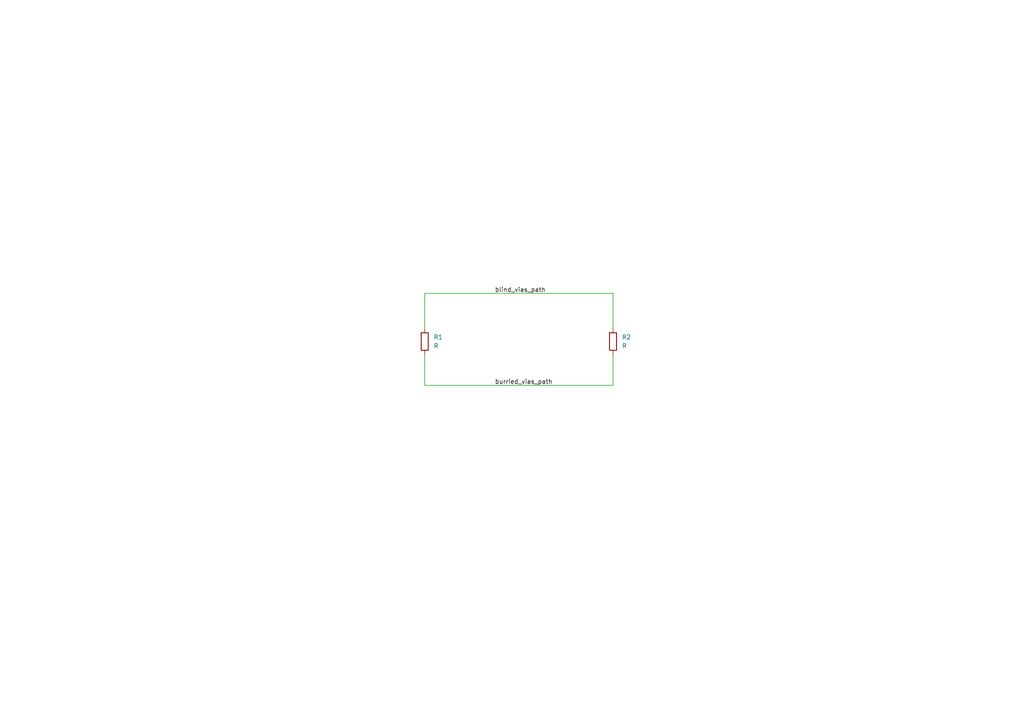
<source format=kicad_sch>
(kicad_sch (version 20211123) (generator eeschema)
  (paper "A4")
  (lib_symbols
    (symbol "Device:R" (pin_numbers hide) (pin_names (offset 0))
      (property "Reference" "R" (at 2.032 0 90))
      (property "Value" "R" (at 0 0 90))
      (symbol "R_0_1"
        (rectangle (start -1.016 -2.54) (end 1.016 2.54) (stroke (width 0.254)))
      )
      (symbol "R_1_1"
        (pin passive line (at 0 3.81 270) (length 1.27) (name "~") (number "1"))
        (pin passive line (at 0 -3.81 90) (length 1.27) (name "~") (number "2"))
      )
    )
  )
  (wire (pts (xy 123.19 102.87) (xy 123.19 111.76)))
  (wire (pts (xy 123.19 85.09) (xy 177.8 85.09)))
  (wire (pts (xy 177.8 85.09) (xy 177.8 95.25)))
  (wire (pts (xy 123.19 111.76) (xy 177.8 111.76)))
  (wire (pts (xy 177.8 111.76) (xy 177.8 102.87)))
  (wire (pts (xy 123.19 95.25) (xy 123.19 85.09)))
  (label "blind_vias_path" (at 143.51 85.09 0))
  (label "burried_vias_path" (at 143.51 111.76 0))
  (symbol (lib_id "Device:R") (at 177.8 99.06 0) (unit 1)
    (property "Reference" "R2" (at 180.34 97.7899 0) (effects (justify left)))
    (property "Value" "R" (at 180.34 100.3299 0) (effects (justify left)))
    (property "Footprint" "Resistor_THT:R_Axial_DIN0922_L20.0mm_D9.0mm_P30.48mm_Horizontal" (effects hide))
  )
  (symbol (lib_id "Device:R") (at 123.19 99.06 0) (unit 1)
    (property "Reference" "R1" (at 125.73 97.7899 0) (effects (justify left)))
    (property "Value" "R" (at 125.73 100.3299 0) (effects (justify left)))
    (property "Footprint" "Resistor_THT:R_Axial_DIN0922_L20.0mm_D9.0mm_P30.48mm_Horizontal" (effects hide))
  )
)
</source>
